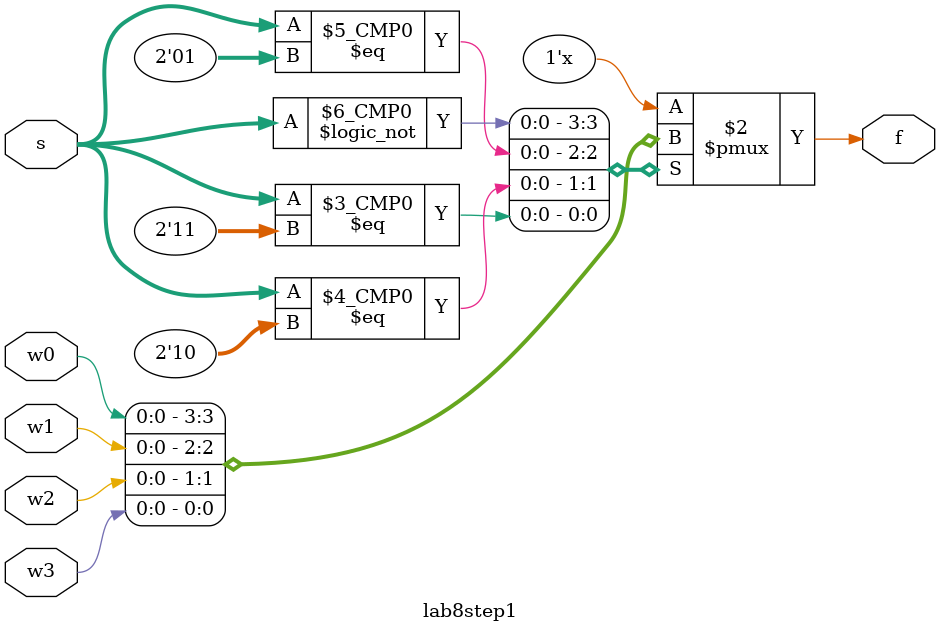
<source format=v>
module lab8step1 (w0, w1, w2, w3, s, f);
	input w0, w1, w2, w3;
	input [1:0] s;
	output f;
	reg f;
	always @ (s[1:0])
	begin
		case ({s[1],s[0]})
			2'b00: f = w0;
			2'b01: f = w1;
			2'b10: f = w2;
			2'b11: f = w3;
		endcase
	end
endmodule

</source>
